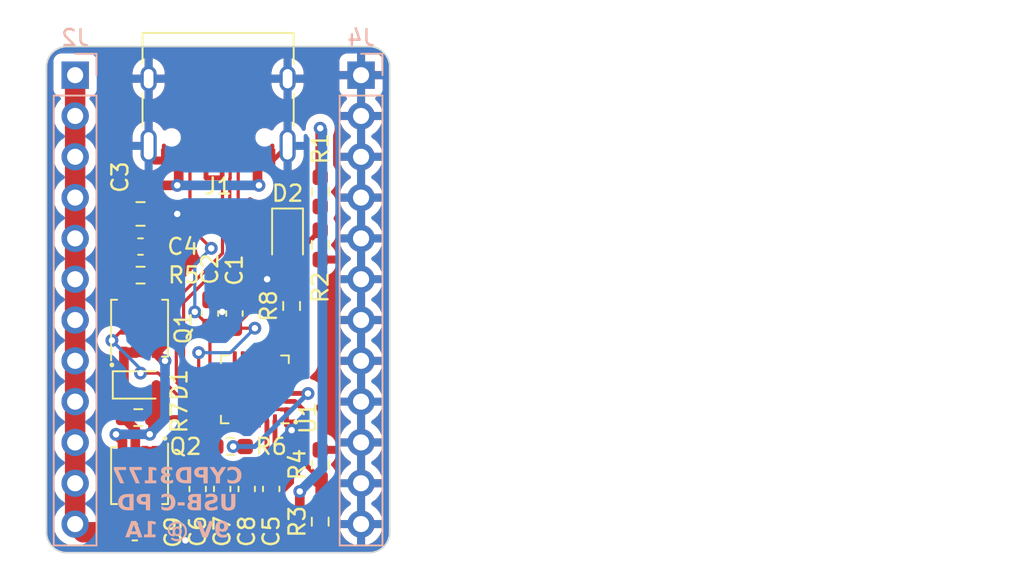
<source format=kicad_pcb>
(kicad_pcb (version 20221018) (generator pcbnew)
  (title_block (title "CYPD3177-LQXQ Evaluation Board") (date "2023-09-22") (rev "v1.7") (company "Hugo Hu"))
  (layers (0 "F.Cu" signal) (31 "B.Cu" signal) (34 "B.Paste" user) (35 "F.Paste" user) (36 "B.SilkS" user "B.Silkscreen") (37 "F.SilkS" user "F.Silkscreen") (38 "B.Mask" user) (39 "F.Mask" user) (44 "Edge.Cuts" user))
  (net 0 "")
  (net 1 "/CC1")
  (net 2 "GND")
  (net 3 "/CC2")
  (net 4 "/VBUSIN")
  (net 5 "Net-(D1-A)")
  (net 6 "Net-(U1-VCCD)")
  (net 7 "+3V3")
  (net 8 "/VBUSOUT")
  (net 9 "Net-(D1-K)")
  (net 10 "Net-(D2-A)")
  (net 13 "Net-(U1-VBUS_FET_EN)")
  (net 14 "Net-(U1-FAULT)")
  (net 24 "/D+")
  (net 25 "/D-")
  (net 26 "Net-(U1-ISNK_COARSE)")
  (net 27 "Net-(U1-VBUS_MAX)")
  (footprint "Resistor_SMD:R_0603_1608Metric_Pad0.98x0.95mm_HandSolder" (layer "F.Cu") (at 135.86 102.7735 90)
    (fp_text reference "R4" (at 0 -1.43 90) (layer "F.SilkS"))
    (fp_text value "1K")
    (fp_line (start -0.254724 -0.5225) (end 0.254724 -0.5225) (stroke (width 0.12)) (layer "F.SilkS"))
    (fp_line (start -0.254724 0.5225) (end 0.254724 0.5225) (stroke (width 0.12)) (layer "F.SilkS"))
    (pad "1" smd roundrect (at -0.9125 0 90) (size 0.975 0.95) (layers "F.Cu" "F.Paste" "F.Mask") (net 27 "Net-(U1-VBUS_MAX)"))
    (pad "2" smd roundrect (at 0.9125 0 90) (size 0.975 0.95) (layers "F.Cu" "F.Paste" "F.Mask") (net 2 "GND"))
  )
  (footprint "Resistor_SMD:R_0603_1608Metric_Pad0.98x0.95mm_HandSolder" (layer "F.Cu") (at 124.5475 99.852)
    (fp_text reference "R7" (at 2.54 0 90) (layer "F.SilkS"))
    (fp_text value "47K")
    (fp_line (start -0.254724 -0.5225) (end 0.254724 -0.5225) (stroke (width 0.12)) (layer "F.SilkS"))
    (fp_line (start -0.254724 0.5225) (end 0.254724 0.5225) (stroke (width 0.12)) (layer "F.SilkS"))
    (pad "1" smd roundrect (at -0.9125 0) (size 0.975 0.95) (layers "F.Cu" "F.Paste" "F.Mask") (net 9 "Net-(D1-K)"))
    (pad "2" smd roundrect (at 0.9125 0) (size 0.975 0.95) (layers "F.Cu" "F.Paste" "F.Mask") (net 5 "Net-(D1-A)"))
  )
  (footprint "Connector_USB:USB_C_Receptacle_HRO_TYPE-C-31-M-12" (layer "F.Cu") (at 129.51 79.81 180)
    (fp_text reference "J1" (at 0 -5.645) (layer "F.SilkS"))
    (fp_text value "USB-C Power")
    (fp_line (start -4.7 -1.9) (end -4.7 0.1) (stroke (width 0.12)) (layer "F.SilkS"))
    (fp_line (start -4.7 2) (end -4.7 3.9) (stroke (width 0.12)) (layer "F.SilkS"))
    (fp_line (start -4.7 3.9) (end 4.7 3.9) (stroke (width 0.12)) (layer "F.SilkS"))
    (fp_line (start 4.7 -1.9) (end 4.7 0.1) (stroke (width 0.12)) (layer "F.SilkS"))
    (fp_line (start 4.7 2) (end 4.7 3.9) (stroke (width 0.12)) (layer "F.SilkS"))
    (pad "" np_thru_hole circle (at -2.89 -2.6 180) (size 0.65 0.65) (drill 0.65) (layers "*.Cu" "*.Mask"))
    (pad "" np_thru_hole circle (at 2.89 -2.6 180) (size 0.65 0.65) (drill 0.65) (layers "*.Cu" "*.Mask"))
    (pad "A1" smd rect (at -3.25 -4.045 180) (size 0.6 1.45) (layers "F.Cu" "F.Paste" "F.Mask") (net 2 "GND"))
    (pad "A4" smd rect (at -2.45 -4.045 180) (size 0.6 1.45) (layers "F.Cu" "F.Paste" "F.Mask") (net 4 "/VBUSIN"))
    (pad "A5" smd rect (at -1.25 -4.045 180) (size 0.3 1.45) (layers "F.Cu" "F.Paste" "F.Mask") (net 1 "/CC1"))
    (pad "A6" smd rect (at -0.25 -4.045 180) (size 0.3 1.45) (layers "F.Cu" "F.Paste" "F.Mask") (net 24 "/D+"))
    (pad "A7" smd rect (at 0.25 -4.045 180) (size 0.3 1.45) (layers "F.Cu" "F.Paste" "F.Mask") (net 25 "/D-"))
    (pad "A8" smd rect (at 1.25 -4.045 180) (size 0.3 1.45) (layers "F.Cu" "F.Paste" "F.Mask"))
    (pad "A9" smd rect (at 2.45 -4.045 180) (size 0.6 1.45) (layers "F.Cu" "F.Paste" "F.Mask") (net 4 "/VBUSIN"))
    (pad "A12" smd rect (at 3.25 -4.045 180) (size 0.6 1.45) (layers "F.Cu" "F.Paste" "F.Mask") (net 2 "GND"))
    (pad "B1" smd rect (at 3.25 -4.045 180) (size 0.6 1.45) (layers "F.Cu" "F.Paste" "F.Mask") (net 2 "GND"))
    (pad "B4" smd rect (at 2.45 -4.045 180) (size 0.6 1.45) (layers "F.Cu" "F.Paste" "F.Mask") (net 4 "/VBUSIN"))
    (pad "B5" smd rect (at 1.75 -4.045 180) (size 0.3 1.45) (layers "F.Cu" "F.Paste" "F.Mask") (net 3 "/CC2"))
    (pad "B6" smd rect (at 0.75 -4.045 180) (size 0.3 1.45) (layers "F.Cu" "F.Paste" "F.Mask") (net 24 "/D+"))
    (pad "B7" smd rect (at -0.75 -4.045 180) (size 0.3 1.45) (layers "F.Cu" "F.Paste" "F.Mask") (net 25 "/D-"))
    (pad "B8" smd rect (at -1.75 -4.045 180) (size 0.3 1.45) (layers "F.Cu" "F.Paste" "F.Mask"))
    (pad "B9" smd rect (at -2.45 -4.045 180) (size 0.6 1.45) (layers "F.Cu" "F.Paste" "F.Mask") (net 4 "/VBUSIN"))
    (pad "B12" smd rect (at -3.25 -4.045 180) (size 0.6 1.45) (layers "F.Cu" "F.Paste" "F.Mask") (net 2 "GND"))
    (pad "S1" thru_hole oval (at -4.32 -3.13 180) (size 1 2.1) (drill oval 0.6 1.7) (layers "*.Cu" "*.Mask") (net 2 "GND"))
    (pad "S1" thru_hole oval (at -4.32 1.05 180) (size 1 1.6) (drill oval 0.6 1.2) (layers "*.Cu" "*.Mask") (net 2 "GND"))
    (pad "S1" thru_hole oval (at 4.32 -3.13 180) (size 1 2.1) (drill oval 0.6 1.7) (layers "*.Cu" "*.Mask") (net 2 "GND"))
    (pad "S1" thru_hole oval (at 4.32 1.05 180) (size 1 1.6) (drill oval 0.6 1.2) (layers "*.Cu" "*.Mask") (net 2 "GND"))
  )
  (footprint "Capacitor_SMD:C_0603_1608Metric_Pad1.08x0.95mm_HandSolder" (layer "F.Cu") (at 129.764 104.2945 -90)
    (fp_text reference "C7" (at 2.6405 0 90) (layer "F.SilkS"))
    (fp_text value "0.1uF")
    (fp_line (start -0.146267 -0.51) (end 0.146267 -0.51) (stroke (width 0.12)) (layer "F.SilkS"))
    (fp_line (start -0.146267 0.51) (end 0.146267 0.51) (stroke (width 0.12)) (layer "F.SilkS"))
    (pad "1" smd roundrect (at -0.8625 0 270) (size 1.075 0.95) (layers "F.Cu" "F.Paste" "F.Mask") (net 7 "+3V3"))
    (pad "2" smd roundrect (at 0.8625 0 270) (size 1.075 0.95) (layers "F.Cu" "F.Paste" "F.Mask") (net 2 "GND"))
  )
  (footprint "Capacitor_SMD:C_0603_1608Metric_Pad1.08x0.95mm_HandSolder" (layer "F.Cu") (at 124.3295 106.988)
    (fp_text reference "C9" (at 2.3865 0 90) (layer "F.SilkS"))
    (fp_text value "1uF")
    (fp_line (start -0.146267 -0.51) (end 0.146267 -0.51) (stroke (width 0.12)) (layer "F.SilkS"))
    (fp_line (start -0.146267 0.51) (end 0.146267 0.51) (stroke (width 0.12)) (layer "F.SilkS"))
    (pad "1" smd roundrect (at -0.8625 0) (size 1.075 0.95) (layers "F.Cu" "F.Paste" "F.Mask") (net 8 "/VBUSOUT"))
    (pad "2" smd roundrect (at 0.8625 0) (size 1.075 0.95) (layers "F.Cu" "F.Paste" "F.Mask") (net 2 "GND"))
  )
  (footprint "Resistor_SMD:R_0603_1608Metric_Pad0.98x0.95mm_HandSolder" (layer "F.Cu") (at 135.86 106.3295 90)
    (fp_text reference "R3" (at 0 -1.43 90) (layer "F.SilkS"))
    (fp_text value "5.1K")
    (fp_line (start -0.254724 -0.5225) (end 0.254724 -0.5225) (stroke (width 0.12)) (layer "F.SilkS"))
    (fp_line (start -0.254724 0.5225) (end 0.254724 0.5225) (stroke (width 0.12)) (layer "F.SilkS"))
    (pad "1" smd roundrect (at -0.9125 0 90) (size 0.975 0.95) (layers "F.Cu" "F.Paste" "F.Mask") (net 7 "+3V3"))
    (pad "2" smd roundrect (at 0.9125 0 90) (size 0.975 0.95) (layers "F.Cu" "F.Paste" "F.Mask") (net 27 "Net-(U1-VBUS_MAX)"))
  )
  (footprint "Capacitor_SMD:C_0603_1608Metric_Pad1.08x0.95mm_HandSolder" (layer "F.Cu") (at 128.24 104.2945 -90)
    (fp_text reference "C6" (at 2.6405 0 90) (layer "F.SilkS"))
    (fp_text value "1uF")
    (fp_line (start -0.146267 -0.51) (end 0.146267 -0.51) (stroke (width 0.12)) (layer "F.SilkS"))
    (fp_line (start -0.146267 0.51) (end 0.146267 0.51) (stroke (width 0.12)) (layer "F.SilkS"))
    (pad "1" smd roundrect (at -0.8625 0 270) (size 1.075 0.95) (layers "F.Cu" "F.Paste" "F.Mask") (net 7 "+3V3"))
    (pad "2" smd roundrect (at 0.8625 0 270) (size 1.075 0.95) (layers "F.Cu" "F.Paste" "F.Mask") (net 2 "GND"))
  )
  (footprint "Package_SON:Diodes_PowerDI3333-8" (layer "F.Cu") (at 124.627 103.464 -90)
    (fp_text reference "Q2" (at -1.81 -2.851) (layer "F.SilkS"))
    (fp_text value "DMP3013SFV")
    (fp_line (start -1.77 1.77) (end -1.77 1.4) (stroke (width 0.12)) (layer "F.SilkS"))
    (fp_line (start -1.77 1.77) (end 1.77 1.77) (stroke (width 0.12)) (layer "F.SilkS"))
    (fp_line (start 1.77 -1.77) (end -2 -1.77) (stroke (width 0.12)) (layer "F.SilkS"))
    (fp_line (start 1.77 -1.77) (end 1.77 -1.4) (stroke (width 0.12)) (layer "F.SilkS"))
    (fp_line (start 1.77 1.77) (end 1.77 1.4) (stroke (width 0.12)) (layer "F.SilkS"))
    (pad "1" smd rect (at -1.5 -0.975 270) (size 0.7 0.42) (layers "F.Cu" "F.Paste" "F.Mask") (net 9 "Net-(D1-K)"))
    (pad "2" smd rect (at -1.5 -0.325 270) (size 0.7 0.42) (layers "F.Cu" "F.Paste" "F.Mask") (net 9 "Net-(D1-K)"))
    (pad "3" smd rect (at -1.5 0.325 270) (size 0.7 0.42) (layers "F.Cu" "F.Paste" "F.Mask") (net 9 "Net-(D1-K)"))
    (pad "4" smd rect (at -1.5 0.975 270) (size 0.7 0.42) (layers "F.Cu" "F.Paste" "F.Mask") (net 5 "Net-(D1-A)"))
    (pad "5" smd custom (at 0.455 0 270) (size 1.71 2.37) (layers "F.Cu" "F.Mask") (net 8 "/VBUSOUT") (options (clearance outline) (anchor rect)) (primitives (gr_poly (pts (xy 1.395 1.185) (xy 0.855 1.185) (xy 0.855 0.765) (xy 1.395 0.765)) (width 0) (fill yes)) (gr_poly (pts (xy 1.395 0.535) (xy 0.855 0.535) (xy 0.855 0.115) (xy 1.395 0.115)) (width 0) (fill yes)) (gr_poly (pts (xy 1.395 -0.115) (xy 0.855 -0.115) (xy 0.855 -0.535) (xy 1.395 -0.535)) (width 0) (fill yes)) (gr_poly (pts (xy 1.395 -0.765) (xy 0.855 -0.765) (xy 0.855 -1.185) (xy 1.395 -1.185)) (width 0) (fill yes))))
  )
  (footprint "Package_DFN_QFN:QFN-24-1EP_4x4mm_P0.5mm_EP2.7x2.7mm" (layer "F.Cu") (at 131.796 98.098 180)
    (fp_text reference "U1" (at -3.302 -1.778 270) (layer "F.SilkS"))
    (fp_text value "CYPD3177")
    (fp_line (start -2.11 2.11) (end -2.11 1.635) (stroke (width 0.12)) (layer "F.SilkS"))
    (fp_line (start -1.635 -2.11) (end -2.11 -2.11) (stroke (width 0.12)) (layer "F.SilkS"))
    (fp_line (start -1.635 2.11) (end -2.11 2.11) (stroke (width 0.12)) (layer "F.SilkS"))
    (fp_line (start 1.635 -2.11) (end 2.11 -2.11) (stroke (width 0.12)) (layer "F.SilkS"))
    (fp_line (start 1.635 2.11) (end 2.11 2.11) (stroke (width 0.12)) (layer "F.SilkS"))
    (fp_line (start 2.11 -2.11) (end 2.11 -1.635) (stroke (width 0.12)) (layer "F.SilkS"))
    (fp_line (start 2.11 2.11) (end 2.11 1.635) (stroke (width 0.12)) (layer "F.SilkS"))
    (pad "1" smd roundrect (at -1.9625 -1.25 180) (size 0.825 0.25) (layers "F.Cu" "F.Paste" "F.Mask") (net 2 "GND"))
    (pad "2" smd roundrect (at -1.9625 -0.75 180) (size 0.825 0.25) (layers "F.Cu" "F.Paste" "F.Mask") (net 27 "Net-(U1-VBUS_MAX)"))
    (pad "3" smd roundrect (at -1.9625 -0.25 180) (size 0.825 0.25) (layers "F.Cu" "F.Paste" "F.Mask") (net 13 "Net-(U1-VBUS_FET_EN)"))
    (pad "4" smd roundrect (at -1.9625 0.25 180) (size 0.825 0.25) (layers "F.Cu" "F.Paste" "F.Mask"))
    (pad "5" smd roundrect (at -1.9625 0.75 180) (size 0.825 0.25) (layers "F.Cu" "F.Paste" "F.Mask") (net 26 "Net-(U1-ISNK_COARSE)"))
    (pad "6" smd roundrect (at -1.9625 1.25 180) (size 0.825 0.25) (layers "F.Cu" "F.Paste" "F.Mask") (net 2 "GND"))
    (pad "7" smd roundrect (at -1.25 1.9625 180) (size 0.25 0.825) (layers "F.Cu" "F.Paste" "F.Mask"))
    (pad "8" smd roundrect (at -0.75 1.9625 180) (size 0.25 0.825) (layers "F.Cu" "F.Paste" "F.Mask"))
    (pad "9" smd roundrect (at -0.25 1.9625 180) (size 0.25 0.825) (layers "F.Cu" "F.Paste" "F.Mask") (net 14 "Net-(U1-FAULT)"))
    (pad "10" smd roundrect (at 0.25 1.9625 180) (size 0.25 0.825) (layers "F.Cu" "F.Paste" "F.Mask"))
    (pad "11" smd roundrect (at 0.75 1.9625 180) (size 0.25 0.825) (layers "F.Cu" "F.Paste" "F.Mask"))
    (pad "12" smd roundrect (at 1.25 1.9625 180) (size 0.25 0.825) (layers "F.Cu" "F.Paste" "F.Mask"))
    (pad "13" smd roundrect (at 1.9625 1.25 180) (size 0.825 0.25) (layers "F.Cu" "F.Paste" "F.Mask"))
    (pad "14" smd roundrect (at 1.9625 0.75 180) (size 0.825 0.25) (layers "F.Cu" "F.Paste" "F.Mask") (net 3 "/CC2"))
    (pad "15" smd roundrect (at 1.9625 0.25 180) (size 0.825 0.25) (layers "F.Cu" "F.Paste" "F.Mask") (net 1 "/CC1"))
    (pad "16" smd roundrect (at 1.9625 -0.25 180) (size 0.825 0.25) (layers "F.Cu" "F.Paste" "F.Mask") (net 25 "/D-"))
    (pad "17" smd roundrect (at 1.9625 -0.75 180) (size 0.825 0.25) (layers "F.Cu" "F.Paste" "F.Mask") (net 24 "/D+"))
    (pad "18" smd roundrect (at 1.9625 -1.25 180) (size 0.825 0.25) (layers "F.Cu" "F.Paste" "F.Mask") (net 4 "/VBUSIN"))
    (pad "19" smd roundrect (at 1.25 -1.9625 180) (size 0.25 0.825) (layers "F.Cu" "F.Paste" "F.Mask") (net 2 "GND"))
    (pad "20" smd roundrect (at 0.75 -1.9625 180) (size 0.25 0.825) (layers "F.Cu" "F.Paste" "F.Mask"))
    (pad "21" smd roundrect (at 0.25 -1.9625 180) (size 0.25 0.825) (layers "F.Cu" "F.Paste" "F.Mask"))
    (pad "22" smd roundrect (at -0.25 -1.9625 180) (size 0.25 0.825) (layers "F.Cu" "F.Paste" "F.Mask") (net 2 "GND"))
    (pad "23" smd roundrect (at -0.75 -1.9625 180) (size 0.25 0.825) (layers "F.Cu" "F.Paste" "F.Mask") (net 7 "+3V3"))
    (pad "24" smd roundrect (at -1.25 -1.9625 180) (size 0.25 0.825) (layers "F.Cu" "F.Paste" "F.Mask") (net 6 "Net-(U1-VCCD)"))
    (pad "25" smd rect (at 0 0 180) (size 2.7 2.7) (layers "F.Cu" "F.Mask") (net 2 "GND"))
  )
  (footprint "Capacitor_SMD:C_0603_1608Metric_Pad1.08x0.95mm_HandSolder" (layer "F.Cu") (at 132.812 104.2945 -90)
    (fp_text reference "C5" (at 2.6405 0 90) (layer "F.SilkS"))
    (fp_text value "1uF")
    (fp_line (start -0.146267 -0.51) (end 0.146267 -0.51) (stroke (width 0.12)) (layer "F.SilkS"))
    (fp_line (start -0.146267 0.51) (end 0.146267 0.51) (stroke (width 0.12)) (layer "F.SilkS"))
    (pad "1" smd roundrect (at -0.8625 0 270) (size 1.075 0.95) (layers "F.Cu" "F.Paste" "F.Mask") (net 6 "Net-(U1-VCCD)"))
    (pad "2" smd roundrect (at 0.8625 0 270) (size 1.075 0.95) (layers "F.Cu" "F.Paste" "F.Mask") (net 2 "GND"))
  )
  (footprint "Diode_SMD:D_SOD-323F" (layer "F.Cu") (at 124.571 97.82)
    (fp_text reference "D1" (at 2.5165 0 90) (layer "F.SilkS"))
    (fp_text value "15V")
    (fp_line (start -1.61 -0.85) (end -1.61 0.85) (stroke (width 0.12)) (layer "F.SilkS"))
    (fp_line (start -1.61 -0.85) (end 1.05 -0.85) (stroke (width 0.12)) (layer "F.SilkS"))
    (fp_line (start -1.61 0.85) (end 1.05 0.85) (stroke (width 0.12)) (layer "F.SilkS"))
    (pad "1" smd roundrect (at -1.1 0) (size 0.5 0.5) (layers "F.Cu" "F.Paste" "F.Mask") (net 9 "Net-(D1-K)"))
    (pad "2" smd roundrect (at 1.1 0) (size 0.5 0.5) (layers "F.Cu" "F.Paste" "F.Mask") (net 5 "Net-(D1-A)"))
  )
  (footprint "Resistor_SMD:R_0603_1608Metric_Pad0.98x0.95mm_HandSolder" (layer "F.Cu") (at 130.272 101.654)
    (fp_text reference "R6" (at 2.54 0) (layer "F.SilkS"))
    (fp_text value "1K")
    (fp_line (start -0.254724 -0.5225) (end 0.254724 -0.5225) (stroke (width 0.12)) (layer "F.SilkS"))
    (fp_line (start -0.254724 0.5225) (end 0.254724 0.5225) (stroke (width 0.12)) (layer "F.SilkS"))
    (pad "1" smd roundrect (at -0.9125 0) (size 0.975 0.95) (layers "F.Cu" "F.Paste" "F.Mask") (net 5 "Net-(D1-A)"))
    (pad "2" smd roundrect (at 0.9125 0) (size 0.975 0.95) (layers "F.Cu" "F.Paste" "F.Mask") (net 13 "Net-(U1-VBUS_FET_EN)"))
  )
  (footprint "Resistor_SMD:R_0603_1608Metric_Pad0.98x0.95mm_HandSolder" (layer "F.Cu") (at 135.86 89.1045 -90)
    (fp_text reference "R2" (at 2.6435 0 90) (layer "F.SilkS"))
    (fp_text value "1K")
    (fp_line (start -0.254724 -0.5225) (end 0.254724 -0.5225) (stroke (width 0.12)) (layer "F.SilkS"))
    (fp_line (start -0.254724 0.5225) (end 0.254724 0.5225) (stroke (width 0.12)) (layer "F.SilkS"))
    (pad "1" smd roundrect (at -0.9125 0 270) (size 0.975 0.95) (layers "F.Cu" "F.Paste" "F.Mask") (net 26 "Net-(U1-ISNK_COARSE)"))
    (pad "2" smd roundrect (at 0.9125 0 270) (size 0.975 0.95) (layers "F.Cu" "F.Paste" "F.Mask") (net 2 "GND"))
  )
  (footprint "Capacitor_SMD:C_0603_1608Metric_Pad1.08x0.95mm_HandSolder" (layer "F.Cu") (at 130.526 93.3725 90)
    (fp_text reference "C1" (at 2.6935 0 90) (layer "F.SilkS"))
    (fp_text value "390pF")
    (fp_line (start -0.146267 -0.51) (end 0.146267 -0.51) (stroke (width 0.12)) (layer "F.SilkS"))
    (fp_line (start -0.146267 0.51) (end 0.146267 0.51) (stroke (width 0.12)) (layer "F.SilkS"))
    (pad "1" smd roundrect (at -0.8625 0 90) (size 1.075 0.95) (layers "F.Cu" "F.Paste" "F.Mask") (net 1 "/CC1"))
    (pad "2" smd roundrect (at 0.8625 0 90) (size 1.075 0.95) (layers "F.Cu" "F.Paste" "F.Mask") (net 2 "GND"))
  )
  (footprint "LED_SMD:LED_0805_2012Metric_Pad1.15x1.40mm_HandSolder" (layer "F.Cu") (at 133.828 88.7 -90)
    (fp_text reference "D2" (at -2.803 0 -180) (layer "F.SilkS"))
    (fp_text value "LED_Small")
    (fp_line (start -1.86 -0.96) (end -1.86 0.96) (stroke (width 0.12)) (layer "F.SilkS"))
    (fp_line (start -1.86 0.96) (end 1 0.96) (stroke (width 0.12)) (layer "F.SilkS"))
    (fp_line (start 1 -0.96) (end -1.86 -0.96) (stroke (width 0.12)) (layer "F.SilkS"))
    (pad "1" smd roundrect (at -1.025 0 270) (size 1.15 1.4) (layers "F.Cu" "F.Paste" "F.Mask") (roundrect_rratio 0.2173913043) (net 2 "GND"))
    (pad "2" smd roundrect (at 1.025 0 270) (size 1.15 1.4) (layers "F.Cu" "F.Paste" "F.Mask") (roundrect_rratio 0.2173913043) (net 10 "Net-(D2-A)"))
  )
  (footprint "Resistor_SMD:R_0603_1608Metric_Pad0.98x0.95mm_HandSolder" (layer "F.Cu") (at 134.082 92.9055 90)
    (fp_text reference "R8" (at 0 -1.43 90) (layer "F.SilkS"))
    (fp_text value "2K4")
    (fp_line (start -0.254724 -0.5225) (end 0.254724 -0.5225) (stroke (width 0.12)) (layer "F.SilkS"))
    (fp_line (start -0.254724 0.5225) (end 0.254724 0.5225) (stroke (width 0.12)) (layer "F.SilkS"))
    (pad "1" smd roundrect (at -0.9125 0 90) (size 0.975 0.95) (layers "F.Cu" "F.Paste" "F.Mask") (net 14 "Net-(U1-FAULT)"))
    (pad "2" smd roundrect (at 0.9125 0 90) (size 0.975 0.95) (layers "F.Cu" "F.Paste" "F.Mask") (net 10 "Net-(D2-A)"))
  )
  (footprint "Resistor_SMD:R_0603_1608Metric_Pad0.98x0.95mm_HandSolder" (layer "F.Cu") (at 124.687 90.986)
    (fp_text reference "R5" (at 2.6905 0) (layer "F.SilkS"))
    (fp_text value "10K")
    (fp_line (start -0.254724 -0.5225) (end 0.254724 -0.5225) (stroke (width 0.12)) (layer "F.SilkS"))
    (fp_line (start -0.254724 0.5225) (end 0.254724 0.5225) (stroke (width 0.12)) (layer "F.SilkS"))
    (pad "1" smd roundrect (at -0.9125 0) (size 0.975 0.95) (layers "F.Cu" "F.Paste" "F.Mask") (net 4 "/VBUSIN"))
    (pad "2" smd roundrect (at 0.9125 0) (size 0.975 0.95) (layers "F.Cu" "F.Paste" "F.Mask") (net 5 "Net-(D1-A)"))
  )
  (footprint "Capacitor_SMD:C_0603_1608Metric_Pad1.08x0.95mm_HandSolder" (layer "F.Cu") (at 131.288 104.2945 -90)
    (fp_text reference "C8" (at 2.6405 0 90) (layer "F.SilkS"))
    (fp_text value "0.1uF")
    (fp_line (start -0.146267 -0.51) (end 0.146267 -0.51) (stroke (width 0.12)) (layer "F.SilkS"))
    (fp_line (start -0.146267 0.51) (end 0.146267 0.51) (stroke (width 0.12)) (layer "F.SilkS"))
    (pad "1" smd roundrect (at -0.8625 0 270) (size 1.075 0.95) (layers "F.Cu" "F.Paste" "F.Mask") (net 7 "+3V3"))
    (pad "2" smd roundrect (at 0.8625 0 270) (size 1.075 0.95) (layers "F.Cu" "F.Paste" "F.Mask") (net 2 "GND"))
  )
  (footprint "Capacitor_SMD:C_0805_2012Metric_Pad1.18x1.45mm_HandSolder" (layer "F.Cu") (at 124.684 87.176)
    (fp_text reference "C3" (at -1.27 -2.286 90) (layer "F.SilkS"))
    (fp_text value "3.3uF")
    (fp_line (start -0.261252 -0.735) (end 0.261252 -0.735) (stroke (width 0.12)) (layer "F.SilkS"))
    (fp_line (start -0.261252 0.735) (end 0.261252 0.735) (stroke (width 0.12)) (layer "F.SilkS"))
    (pad "1" smd roundrect (at -1.0375 0) (size 1.175 1.45) (layers "F.Cu" "F.Paste" "F.Mask") (roundrect_rratio 0.2127659574) (net 4 "/VBUSIN"))
    (pad "2" smd roundrect (at 1.0375 0) (size 1.175 1.45) (layers "F.Cu" "F.Paste" "F.Mask") (roundrect_rratio 0.2127659574) (net 2 "GND"))
  )
  (footprint "Resistor_SMD:R_0603_1608Metric_Pad0.98x0.95mm_HandSolder" (layer "F.Cu") (at 135.86 85.8025 -90)
    (fp_text reference "R1" (at -2.6905 0 90) (layer "F.SilkS"))
    (fp_text value "5.1K")
    (fp_line (start -0.254724 -0.5225) (end 0.254724 -0.5225) (stroke (width 0.12)) (layer "F.SilkS"))
    (fp_line (start -0.254724 0.5225) (end 0.254724 0.5225) (stroke (width 0.12)) (layer "F.SilkS"))
    (pad "1" smd roundrect (at -0.9125 0 270) (size 0.975 0.95) (layers "F.Cu" "F.Paste" "F.Mask") (net 7 "+3V3"))
    (pad "2" smd roundrect (at 0.9125 0 270) (size 0.975 0.95) (layers "F.Cu" "F.Paste" "F.Mask") (net 26 "Net-(U1-ISNK_COARSE)"))
  )
  (footprint "Capacitor_SMD:C_0603_1608Metric_Pad1.08x0.95mm_HandSolder" (layer "F.Cu") (at 129.002 93.3725 90)
    (fp_text reference "C2" (at 2.764 0 90) (layer "F.SilkS"))
    (fp_text value "390pF")
    (fp_line (start -0.146267 -0.51) (end 0.146267 -0.51) (stroke (width 0.12)) (layer "F.SilkS"))
    (fp_line (start -0.146267 0.51) (end 0.146267 0.51) (stroke (width 0.12)) (layer "F.SilkS"))
    (pad "1" smd roundrect (at -0.8625 0 90) (size 1.075 0.95) (layers "F.Cu" "F.Paste" "F.Mask") (net 3 "/CC2"))
    (pad "2" smd roundrect (at 0.8625 0 90) (size 1.075 0.95) (layers "F.Cu" "F.Paste" "F.Mask") (net 2 "GND"))
  )
  (footprint "Package_SON:Diodes_PowerDI3333-8" (layer "F.Cu") (at 124.627 94.288 90)
    (fp_text reference "Q1" (at 0 2.7145 90) (layer "F.SilkS"))
    (fp_text value "DMP3013SFV")
    (fp_line (start -1.77 1.77) (end -1.77 1.4) (stroke (width 0.12)) (layer "F.SilkS"))
    (fp_line (start -1.77 1.77) (end 1.77 1.77) (stroke (width 0.12)) (layer "F.SilkS"))
    (fp_line (start 1.77 -1.77) (end -2 -1.77) (stroke (width 0.12)) (layer "F.SilkS"))
    (fp_line (start 1.77 -1.77) (end 1.77 -1.4) (stroke (width 0.12)) (layer "F.SilkS"))
    (fp_line (start 1.77 1.77) (end 1.77 1.4) (stroke (width 0.12)) (layer "F.SilkS"))
    (pad "1" smd rect (at -1.5 -0.975 90) (size 0.7 0.42) (layers "F.Cu" "F.Paste" "F.Mask") (net 9 "Net-(D1-K)"))
    (pad "2" smd rect (at -1.5 -0.325 90) (size 0.7 0.42) (layers "F.Cu" "F.Paste" "F.Mask") (net 9 "Net-(D1-K)"))
    (pad "3" smd rect (at -1.5 0.325 90) (size 0.7 0.42) (layers "F.Cu" "F.Paste" "F.Mask") (net 9 "Net-(D1-K)"))
    (pad "4" smd rect (at -1.5 0.975 90) (size 0.7 0.42) (layers "F.Cu" "F.Paste" "F.Mask") (net 5 "Net-(D1-A)"))
    (pad "5" smd custom (at 0.455 0 90) (size 1.71 2.37) (layers "F.Cu" "F.Mask") (net 4 "/VBUSIN") (options (clearance outline) (anchor rect)) (primitives (gr_poly (pts (xy 1.395 1.185) (xy 0.855 1.185) (xy 0.855 0.765) (xy 1.395 0.765)) (width 0) (fill yes)) (gr_poly (pts (xy 1.395 0.535) (xy 0.855 0.535) (xy 0.855 0.115) (xy 1.395 0.115)) (width 0) (fill yes)) (gr_poly (pts (xy 1.395 -0.115) (xy 0.855 -0.115) (xy 0.855 -0.535) (xy 1.395 -0.535)) (width 0) (fill yes)) (gr_poly (pts (xy 1.395 -0.765) (xy 0.855 -0.765) (xy 0.855 -1.185) (xy 1.395 -1.185)) (width 0) (fill yes))))
  )
  (footprint "Capacitor_SMD:C_0603_1608Metric_Pad1.08x0.95mm_HandSolder" (layer "F.Cu") (at 124.684 89.208)
    (fp_text reference "C4" (at 2.6405 0) (layer "F.SilkS"))
    (fp_text value "1uF")
    (fp_line (start -0.146267 -0.51) (end 0.146267 -0.51) (stroke (width 0.12)) (layer "F.SilkS"))
    (fp_line (start -0.146267 0.51) (end 0.146267 0.51) (stroke (width 0.12)) (layer "F.SilkS"))
    (pad "1" smd roundrect (at -0.8625 0) (size 1.075 0.95) (layers "F.Cu" "F.Paste" "F.Mask") (net 4 "/VBUSIN"))
    (pad "2" smd roundrect (at 0.8625 0) (size 1.075 0.95) (layers "F.Cu" "F.Paste" "F.Mask") (net 5 "Net-(D1-A)"))
  )
  (footprint "Connector_PinHeader_2.54mm:PinHeader_1x12_P2.54mm_Vertical" (layer "B.Cu") (at 138.4 78.54 180)
    (fp_text reference "J4" (at 0 2.33) (layer "B.SilkS") (effects (justify mirror)))
    (fp_text value "Conn_01x12")
    (fp_line (start -1.33 -29.27) (end 1.33 -29.27) (stroke (width 0.12)) (layer "B.SilkS"))
    (fp_line (start -1.33 -1.27) (end -1.33 -29.27) (stroke (width 0.12)) (layer "B.SilkS"))
    (fp_line (start -1.33 -1.27) (end 1.33 -1.27) (stroke (width 0.12)) (layer "B.SilkS"))
    (fp_line (start -1.33 0) (end -1.33 1.33) (stroke (width 0.12)) (layer "B.SilkS"))
    (fp_line (start -1.33 1.33) (end 0 1.33) (stroke (width 0.12)) (layer "B.SilkS"))
    (fp_line (start 1.33 -1.27) (end 1.33 -29.27) (stroke (width 0.12)) (layer "B.SilkS"))
    (pad "1" thru_hole rect (at 0 0 180) (size 1.7 1.7) (drill 1) (layers "*.Cu" "*.Mask") (net 2 "GND"))
    (pad "2" thru_hole oval (at 0 -2.54 180) (size 1.7 1.7) (drill 1) (layers "*.Cu" "*.Mask") (net 2 "GND"))
    (pad "3" thru_hole oval (at 0 -5.08 180) (size 1.7 1.7) (drill 1) (layers "*.Cu" "*.Mask") (net 2 "GND"))
    (pad "4" thru_hole oval (at 0 -7.62 180) (size 1.7 1.7) (drill 1) (layers "*.Cu" "*.Mask") (net 2 "GND"))
    (pad "5" thru_hole oval (at 0 -10.16 180) (size 1.7 1.7) (drill 1) (layers "*.Cu" "*.Mask") (net 2 "GND"))
    (pad "6" thru_hole oval (at 0 -12.7 180) (size 1.7 1.7) (drill 1) (layers "*.Cu" "*.Mask") (net 2 "GND"))
    (pad "7" thru_hole oval (at 0 -15.24 180) (size 1.7 1.7) (drill 1) (layers "*.Cu" "*.Mask") (net 2 "GND"))
    (pad "8" thru_hole oval (at 0 -17.78 180) (size 1.7 1.7) (drill 1) (layers "*.Cu" "*.Mask") (net 2 "GND"))
    (pad "9" thru_hole oval (at 0 -20.32 180) (size 1.7 1.7) (drill 1) (layers "*.Cu" "*.Mask") (net 2 "GND"))
    (pad "10" thru_hole oval (at 0 -22.86 180) (size 1.7 1.7) (drill 1) (layers "*.Cu" "*.Mask") (net 2 "GND"))
    (pad "11" thru_hole oval (at 0 -25.4 180) (size 1.7 1.7) (drill 1) (layers "*.Cu" "*.Mask") (net 2 "GND"))
    (pad "12" thru_hole oval (at 0 -27.94 180) (size 1.7 1.7) (drill 1) (layers "*.Cu" "*.Mask") (net 2 "GND"))
  )
  (footprint "Connector_PinHeader_2.54mm:PinHeader_1x12_P2.54mm_Vertical" (layer "B.Cu") (at 120.62 78.54 180)
    (fp_text reference "J2" (at 0 2.33) (layer "B.SilkS") (effects (justify mirror)))
    (fp_text value "Conn_01x12")
    (fp_line (start -1.33 -29.27) (end 1.33 -29.27) (stroke (width 0.12)) (layer "B.SilkS"))
    (fp_line (start -1.33 -1.27) (end -1.33 -29.27) (stroke (width 0.12)) (layer "B.SilkS"))
    (fp_line (start -1.33 -1.27) (end 1.33 -1.27) (stroke (width 0.12)) (layer "B.SilkS"))
    (fp_line (start -1.33 0) (end -1.33 1.33) (stroke (width 0.12)) (layer "B.SilkS"))
    (fp_line (start -1.33 1.33) (end 0 1.33) (stroke (width 0.12)) (layer "B.SilkS"))
    (fp_line (start 1.33 -1.27) (end 1.33 -29.27) (stroke (width 0.12)) (layer "B.SilkS"))
    (pad "1" thru_hole rect (at 0 0 180) (size 1.7 1.7) (drill 1) (layers "*.Cu" "*.Mask") (net 8 "/VBUSOUT"))
    (pad "2" thru_hole oval (at 0 -2.54 180) (size 1.7 1.7) (drill 1) (layers "*.Cu" "*.Mask") (net 8 "/VBUSOUT"))
    (pad "3" thru_hole oval (at 0 -5.08 180) (size 1.7 1.7) (drill 1) (layers "*.Cu" "*.Mask") (net 8 "/VBUSOUT"))
    (pad "4" thru_hole oval (at 0 -7.62 180) (size 1.7 1.7) (drill 1) (layers "*.Cu" "*.Mask") (net 8 "/VBUSOUT"))
    (pad "5" thru_hole oval (at 0 -10.16 180) (size 1.7 1.7) (drill 1) (layers "*.Cu" "*.Mask") (net 8 "/VBUSOUT"))
    (pad "6" thru_hole oval (at 0 -12.7 180) (size 1.7 1.7) (drill 1) (layers "*.Cu" "*.Mask") (net 8 "/VBUSOUT"))
    (pad "7" thru_hole oval (at 0 -15.24 180) (size 1.7 1.7) (drill 1) (layers "*.Cu" "*.Mask") (net 8 "/VBUSOUT"))
    (pad "8" thru_hole oval (at 0 -17.78 180) (size 1.7 1.7) (drill 1) (layers "*.Cu" "*.Mask") (net 8 "/VBUSOUT"))
    (pad "9" thru_hole oval (at 0 -20.32 180) (size 1.7 1.7) (drill 1) (layers "*.Cu" "*.Mask") (net 8 "/VBUSOUT"))
    (pad "10" thru_hole oval (at 0 -22.86 180) (size 1.7 1.7) (drill 1) (layers "*.Cu" "*.Mask") (net 8 "/VBUSOUT"))
    (pad "11" thru_hole oval (at 0 -25.4 180) (size 1.7 1.7) (drill 1) (layers "*.Cu" "*.Mask") (net 8 "/VBUSOUT"))
    (pad "12" thru_hole oval (at 0 -27.94 180) (size 1.7 1.7) (drill 1) (layers "*.Cu" "*.Mask") (net 8 "/VBUSOUT"))
  )
  (gr_circle (center 126.208 101.146) (end 126.208 101.146) (stroke (width 0.15)) (fill none) (layer "F.SilkS"))
  (gr_circle (center 122.906 96.574) (end 122.906 96.574) (stroke (width 0.15)) (fill none) (layer "F.SilkS"))
  (gr_circle (center 134.336 100.13) (end 134.336 100.13) (stroke (width 0.15)) (fill none) (layer "F.SilkS"))
  (gr_line (start 120.112 108.258) (end 138.908 108.258) (stroke (width 0.1)) (layer "Edge.Cuts"))
  (gr_arc (start 118.842 78.032) (mid 119.213974 77.133974) (end 120.112 76.762) (stroke (width 0.1)) (layer "Edge.Cuts"))
  (gr_line (start 118.842 78.032) (end 118.842 106.988) (stroke (width 0.1)) (layer "Edge.Cuts"))
  (gr_line (start 138.908 76.762) (end 120.112 76.762) (stroke (width 0.1)) (layer "Edge.Cuts"))
  (gr_arc (start 138.908 76.762) (mid 139.806026 77.133974) (end 140.178 78.032) (stroke (width 0.1)) (layer "Edge.Cuts"))
  (gr_line (start 140.178 106.988) (end 140.178 78.032) (stroke (width 0.1)) (layer "Edge.Cuts"))
  (gr_arc (start 120.112 108.258) (mid 119.213974 107.886026) (end 118.842 106.988) (stroke (width 0.1)) (layer "Edge.Cuts"))
  (gr_arc (start 140.178 106.988) (mid 139.806026 107.886026) (end 138.908 108.258) (stroke (width 0.1)) (layer "Edge.Cuts"))
  (gr_text "CYPD3177\nUSB-C PD\n9V @ 1A" (at 126.97 105.21) (layer "B.SilkS") (effects (font (size 1 1) (thickness 0.25) bold) (justify mirror)))
  (segment (start 131.796 94.288) (end 130.579 94.288) (width 0.2) (layer "F.Cu") (net 1))
  (segment (start 129.8335 97.848) (end 129.342662 97.848) (width 0.2) (layer "F.Cu") (net 1))
  (segment (start 131.301 93.46) (end 131.301 90.237) (width 0.2) (layer "F.Cu") (net 1))
  (segment (start 128.3025 96.807838) (end 128.3025 95.812) (width 0.2) (layer "F.Cu") (net 1))
  (segment (start 130.526 94.235) (end 131.301 93.46) (width 0.2) (layer "F.Cu") (net 1))
  (segment (start 131.301 90.237) (end 130.76 89.696) (width 0.2) (layer "F.Cu") (net 1))
  (segment (start 130.76 89.696) (end 130.76 83.855) (width 0.2) (layer "F.Cu") (net 1))
  (segment (start 129.342662 97.848) (end 128.3025 96.807838) (width 0.2) (layer "F.Cu") (net 1))
  (segment (start 130.579 94.288) (end 130.526 94.235) (width 0.2) (layer "F.Cu") (net 1))
  (via (at 128.3025 95.812) (size 0.8) (drill 0.4) (layers "F.Cu" "B.Cu") (net 1))
  (via (at 131.796 94.288) (size 0.8) (drill 0.4) (layers "F.Cu" "B.Cu") (net 1))
  (segment (start 130.272 95.812) (end 131.796 94.288) (width 0.2) (layer "B.Cu") (net 1))
  (segment (start 128.3025 95.812) (end 130.272 95.812) (width 0.2) (layer "B.Cu") (net 1))
  (segment (start 133.046 96.848) (end 131.796 98.098) (width 0.2) (layer "F.Cu") (net 2))
  (segment (start 130.546 99.348) (end 131.796 98.098) (width 0.2) (layer "F.Cu") (net 2))
  (segment (start 132.046 100.0605) (end 132.046 98.348) (width 0.2) (layer "F.Cu") (net 2))
  (segment (start 132.76 83.855) (end 132.915 83.855) (width 0.3) (layer "F.Cu") (net 2))
  (segment (start 133.7585 96.848) (end 133.046 96.848) (width 0.2) (layer "F.Cu") (net 2))
  (segment (start 133.7585 100.3145) (end 134.082 100.638) (width 0.3) (layer "F.Cu") (net 2))
  (segment (start 130.546 100.0605) (end 130.546 99.348) (width 0.2) (layer "F.Cu") (net 2))
  (segment (start 134.082 103.887) (end 134.082 100.638) (width 0.3) (layer "F.Cu") (net 2))
  (segment (start 133.046 99.348) (end 131.796 98.098) (width 0.2) (layer "F.Cu") (net 2))
  (segment (start 133.7585 99.348) (end 133.046 99.348) (width 0.2) (layer "F.Cu") (net 2))
  (segment (start 133.7585 99.348) (end 133.7585 100.3145) (width 0.3) (layer "F.Cu") (net 2))
  (segment (start 132.812 105.157) (end 128.24 105.157) (width 0.3) (layer "F.Cu") (net 2))
  (segment (start 130.526 92.51) (end 129.764 93.272) (width 0.3) (layer "F.Cu") (net 2))
  (segment (start 132.812 105.157) (end 134.082 103.887) (width 0.3) (layer "F.Cu") (net 2))
  (segment (start 132.915 83.855) (end 133.83 82.94) (width 0.3) (layer "F.Cu") (net 2))
  (segment (start 132.046 98.348) (end 131.796 98.098) (width 0.2) (layer "F.Cu") (net 2))
  (via (at 129.764 93.272) (size 0.8) (drill 0.4) (layers "F.Cu" "B.Cu") (net 2))
  (via (at 127.478 107.496) (size 0.8) (drill 0.4) (layers "F.Cu" "B.Cu") (net 2))
  (via (at 126.97 87.176) (size 0.8) (drill 0.4) (layers "F.Cu" "B.Cu") (net 2))
  (via (at 132.558 91.24) (size 0.8) (drill 0.4) (layers "F.Cu" "B.Cu") (net 2))
  (via (at 134.082 100.638) (size 0.8) (drill 0.4) (layers "F.Cu" "B.Cu") (net 2))
  (segment (start 129.002 96.941652) (end 129.002 94.235) (width 0.2) (layer "F.Cu") (net 3))
  (segment (start 127.76 87.990778) (end 127.76 83.855) (width 0.2) (layer "F.Cu") (net 3))
  (segment (start 129.8335 97.348) (end 129.408348 97.348) (width 0.2) (layer "F.Cu") (net 3))
  (segment (start 129.408348 97.348) (end 129.002 96.941652) (width 0.2) (layer "F.Cu") (net 3))
  (segment (start 129.002 94.235) (end 129.002 94.213) (width 0.2) (layer "F.Cu") (net 3))
  (segment (start 129.0855 89.316278) (end 127.76 87.990778) (width 0.2) (layer "F.Cu") (net 3))
  (segment (start 129.002 94.213) (end 128.061 93.272) (width 0.2) (layer "F.Cu") (net 3))
  (via (at 128.061 93.272) (size 0.8) (drill 0.4) (layers "F.Cu" "B.Cu") (net 3))
  (via (at 129.0855 89.316278) (size 0.8) (drill 0.4) (layers "F.Cu" "B.Cu") (net 3))
  (segment (start 128.061 93.272) (end 128.061 90.340778) (width 0.2) (layer "B.Cu") (net 3))
  (segment (start 128.061 90.340778) (end 129.0855 89.316278) (width 0.2) (layer "B.Cu") (net 3))
  (segment (start 129.8135 99.368) (end 129.8335 99.348) (width 0.2) (layer "F.Cu") (net 4))
  (segment (start 131.96 85.308) (end 131.96 83.855) (width 0.6) (layer "F.Cu") (net 4))
  (segment (start 123.8215 89.208) (end 123.8215 91.6475) (width 0.6) (layer "F.Cu") (net 4))
  (segment (start 127.06 83.855) (end 127.06 85.308) (width 0.6) (layer "F.Cu") (net 4))
  (segment (start 126.271 97.568959) (end 126.271 97.737979) (width 0.2) (layer "F.Cu") (net 4))
  (segment (start 124.627 93.833) (end 124.123 93.833) (width 0.2) (layer "F.Cu") (net 4))
  (segment (start 132.05 85.398) (end 131.96 85.308) (width 0.6) (layer "F.Cu") (net 4))
  (segment (start 126.271 97.737979) (end 127.901021 99.368) (width 0.2) (layer "F.Cu") (net 4))
  (segment (start 123.8215 91.6475) (end 124.627 92.453) (width 0.6) (layer "F.Cu") (net 4))
  (segment (start 123.6465 89.033) (end 123.8215 89.208) (width 0.6) (layer "F.Cu") (net 4))
  (segment (start 124.123 93.833) (end 122.906 95.05) (width 0.2) (layer "F.Cu") (net 4))
  (segment (start 125.784041 97.082) (end 126.271 97.568959) (width 0.2) (layer "F.Cu") (net 4))
  (segment (start 125.4245 85.398) (end 123.6465 87.176) (width 0.6) (layer "F.Cu") (net 4))
  (segment (start 126.97 85.398) (end 125.4245 85.398) (width 0.6) (layer "F.Cu") (net 4))
  (segment (start 124.684 97.082) (end 125.784041 97.082) (width 0.2) (layer "F.Cu") (net 4))
  (segment (start 127.901021 99.368) (end 129.8135 99.368) (width 0.2) (layer "F.Cu") (net 4))
  (segment (start 127.06 85.308) (end 126.97 85.398) (width 0.6) (layer "F.Cu") (net 4))
  (segment (start 123.6465 87.176) (end 123.6465 89.033) (width 0.6) (layer "F.Cu") (net 4))
  (segment (start 124.627 92.453) (end 124.627 93.833) (width 0.6) (layer "F.Cu") (net 4))
  (via (at 126.97 85.398) (size 0.8) (drill 0.4) (layers "F.Cu" "B.Cu") (net 4))
  (via (at 132.05 85.398) (size 0.8) (drill 0.4) (layers "F.Cu" "B.Cu") (net 4))
  (via (at 124.684 97.082) (size 0.8) (drill 0.4) (layers "F.Cu" "B.Cu") (net 4))
  (via (at 122.906 95.05) (size 0.8) (drill 0.4) (layers "F.Cu" "B.Cu") (net 4))
  (segment (start 124.684 96.828) (end 122.906 95.05) (width 0.2) (layer "B.Cu") (net 4))
  (segment (start 126.97 85.398) (end 132.05 85.398) (width 0.6) (layer "B.Cu") (net 4))
  (segment (start 124.684 97.082) (end 124.684 96.828) (width 0.2) (layer "B.Cu") (net 4))
  (segment (start 123.562 101.298383) (end 123.562 101.964) (width 0.6) (layer "F.Cu") (net 5))
  (segment (start 127.917645 99.852) (end 125.46 99.852) (width 0.3) (layer "F.Cu") (net 5))
  (segment (start 126.312 91.6985) (end 126.312 95.138) (width 0.6) (layer "F.Cu") (net 5))
  (segment (start 125.5995 90.986) (end 126.312 91.6985) (width 0.6) (layer "F.Cu") (net 5))
  (segment (start 125.5465 90.933) (end 125.5995 90.986) (width 0.6) (layer "F.Cu") (net 5))
  (segment (start 126.134 96.32) (end 125.662 95.848) (width 0.6) (layer "F.Cu") (net 5))
  (segment (start 126.208 96.32) (end 126.134 96.32) (width 0.6) (layer "F.Cu") (net 5))
  (segment (start 125.46 100.6935) (end 125.2615 100.892) (width 0.6) (layer "F.Cu") (net 5))
  (segment (start 125.46 99.852) (end 125.46 100.6935) (width 0.6) (layer "F.Cu") (net 5))
  (segment (start 125.671 97.82) (end 125.671 99.641) (width 0.6) (layer "F.Cu") (net 5))
  (segment (start 129.3595 101.293855) (end 127.917645 99.852) (width 0.3) (layer "F.Cu") (net 5))
  (segment (start 129.3595 101.654) (end 129.3595 101.293855) (width 0.3) (layer "F.Cu") (net 5))
  (segment (start 125.662 95.848) (end 125.662 95.788) (width 0.6) (layer "F.Cu") (net 5))
  (segment (start 125.5465 89.208) (end 125.5465 90.933) (width 0.6) (layer "F.Cu") (net 5))
  (segment (start 125.671 99.641) (end 125.46 99.852) (width 0.6) (layer "F.Cu") (net 5))
  (segment (start 123.15904 100.895423) (end 123.562 101.298383) (width 0.6) (layer "F.Cu") (net 5))
  (segment (start 126.312 95.138) (end 125.662 95.788) (width 0.6) (layer "F.Cu") (net 5))
  (via (at 123.15904 100.895423) (size 0.8) (drill 0.4) (layers "F.Cu" "B.Cu") (net 5))
  (via (at 126.208 96.32) (size 0.8) (drill 0.4) (layers "F.Cu" "B.Cu") (net 5))
  (via (at 125.2615 100.892) (size 0.8) (drill 0.4) (layers "F.Cu" "B.Cu") (net 5))
  (segment (start 123.162463 100.892) (end 123.15904 100.895423) (width 0.6) (layer "B.Cu") (net 5))
  (segment (start 125.2615 100.892) (end 126.208 99.9455) (width 0.6) (layer "B.Cu") (net 5))
  (segment (start 125.2615 100.892) (end 123.162463 100.892) (width 0.6) (layer "B.Cu") (net 5))
  (segment (start 126.208 99.9455) (end 126.208 96.32) (width 0.6) (layer "B.Cu") (net 5))
  (segment (start 133.046 103.198) (end 132.812 103.432) (width 0.3) (layer "F.Cu") (net 6))
  (segment (start 133.046 100.0605) (end 133.046 103.198) (width 0.3) (layer "F.Cu") (net 6))
  (segment (start 134.59 105.972) (end 134.59 104.448) (width 0.6) (layer "F.Cu") (net 7))
  (segment (start 127.265 105.762483) (end 127.265 104.407) (width 0.6) (layer "F.Cu") (net 7))
  (segment (start 127.265 104.407) (end 128.24 103.432) (width 0.6) (layer "F.Cu") (net 7))
  (segment (start 135.86 81.842) (end 135.86 84.89) (width 0.6) (layer "F.Cu") (net 7))
  (segment (start 128.744517 107.242) (end 127.265 105.762483) (width 0.6) (layer "F.Cu") (net 7))
  (segment (start 135.86 107.242) (end 134.59 105.972) (width 0.6) (layer "F.Cu") (net 7))
  (segment (start 128.24 103.432) (end 131.288 103.432) (width 0.6) (layer "F.Cu") (net 7))
  (segment (start 132.546 102.174) (end 131.288 103.432) (width 0.3) (layer "F.Cu") (net 7))
  (segment (start 135.86 107.242) (end 128.744517 107.242) (width 0.6) (layer "F.Cu") (net 7))
  (segment (start 132.546 100.0605) (end 132.546 102.174) (width 0.3) (layer "F.Cu") (net 7))
  (via (at 134.59 104.448) (size 0.8) (drill 0.4) (layers "F.Cu" "B.Cu") (net 7))
  (via (at 135.86 81.842) (size 0.8) (drill 0.4) (layers "F.Cu" "B.Cu") (net 7))
  (segment (start 135.998 103.04) (end 135.998 81.98) (width 0.6) (layer "B.Cu") (net 7))
  (segment (start 134.59 104.448) (end 135.998 103.04) (width 0.6) (layer "B.Cu") (net 7))
  (segment (start 135.998 81.98) (end 135.86 81.842) (width 0.6) (layer "B.Cu") (net 7))
  (segment (start 123.467 106.988) (end 121.128 106.988) (width 1.27) (layer "F.Cu") (net 8))
  (segment (start 123.467 105.079) (end 123.467 106.988) (width 1.27) (layer "F.Cu") (net 8))
  (segment (start 124.627 103.919) (end 123.467 105.079) (width 1.27) (layer "F.Cu") (net 8))
  (segment (start 121.128 106.988) (end 120.62 106.48) (width 1.27) (layer "F.Cu") (net 8))
  (segment (start 120.62 106.48) (end 120.62 78.54) (width 1.27) (layer "F.Cu") (net 8))
  (segment (start 125.602 101.964) (end 124.362 101.964) (width 0.6) (layer "F.Cu") (net 9))
  (segment (start 123.652 95.788) (end 124.862 95.788) (width 0.6) (layer "F.Cu") (net 9))
  (segment (start 123.471 99.688) (end 123.635 99.852) (width 0.6) (layer "F.Cu") (net 9))
  (segment (start 123.652 95.788) (end 123.652 97.639) (width 0.6) (layer "F.Cu") (net 9))
  (segment (start 124.362 100.579) (end 124.362 101.964) (width 0.6) (layer "F.Cu") (net 9))
  (segment (start 123.635 99.852) (end 124.362 100.579) (width 0.6) (layer "F.Cu") (net 9))
  (segment (start 123.652 97.639) (end 123.471 97.82) (width 0.6) (layer "F.Cu") (net 9))
  (segment (start 123.471 97.82) (end 123.471 99.688) (width 0.6) (layer "F.Cu") (net 9))
  (segment (start 134.082 89.979) (end 133.828 89.725) (width 0.3) (layer "F.Cu") (net 10))
  (segment (start 134.082 91.993) (end 134.082 89.979) (width 0.3) (layer "F.Cu") (net 10))
  (segment (start 135.098 98.352) (end 135.094 98.348) (width 0.3) (layer "F.Cu") (net 13))
  (segment (start 135.094 98.348) (end 133.7585 98.348) (width 0.3) (layer "F.Cu") (net 13))
  (segment (start 131.1845 101.654) (end 130.4465 101.654) (width 0.3) (layer "F.Cu") (net 13))
  (via (at 135.098 98.352) (size 0.8) (drill 0.4) (layers "F.Cu" "B.Cu") (net 13))
  (via (at 130.4465 101.654) (size 0.8) (drill 0.4) (layers "F.Cu" "B.Cu") (net 13))
  (segment (start 131.796 101.654) (end 135.098 98.352) (width 0.3) (layer "B.Cu") (net 13))
  (segment (start 130.4465 101.654) (end 131.796 101.654) (width 0.3) (layer "B.Cu") (net 13))
  (segment (start 133.938348 93.818) (end 134.082 93.818) (width 0.2) (layer "F.Cu") (net 14))
  (segment (start 132.046 96.1355) (end 132.046 95.710348) (width 0.2) (layer "F.Cu") (net 14))
  (segment (start 132.046 95.710348) (end 133.938348 93.818) (width 0.2) (layer "F.Cu") (net 14))
  (segment (start 128.090018 98.823) (end 126.9115 97.644482) (width 0.2) (layer "F.Cu") (net 24))
  (segment (start 129.76 84.93) (end 129.76 83.855) (width 0.3) (layer "F.Cu") (net 24))
  (segment (start 129.189749 98.823) (end 128.090018 98.823) (width 0.2) (layer "F.Cu") (net 24))
  (segment (start 126.9115 92.5043) (end 129.785 89.6308) (width 0.2) (layer "F.Cu") (net 24))
  (segment (start 128.76 84.93) (end 129.76 84.93) (width 0.3) (layer "F.Cu") (net 24))
  (segment (start 129.785 84.967501) (end 129.76 84.942501) (width 0.2) (layer "F.Cu") (net 24))
  (segment (start 129.214749 98.848) (end 129.189749 98.823) (width 0.2) (layer "F.Cu") (net 24))
  (segment (start 129.76 84.942501) (end 129.76 83.855) (width 0.2) (layer "F.Cu") (net 24))
  (segment (start 129.785 89.6308) (end 129.785 84.967501) (width 0.2) (layer "F.Cu") (net 24))
  (segment (start 128.76 83.855) (end 128.76 84.93) (width 0.3) (layer "F.Cu") (net 24))
  (segment (start 129.8335 98.848) (end 129.214749 98.848) (width 0.2) (layer "F.Cu") (net 24))
  (segment (start 126.9115 97.644482) (end 126.9115 92.5043) (width 0.2) (layer "F.Cu") (net 24))
  (segment (start 130.235 89.8172) (end 130.235 84.967501) (width 0.2) (layer "F.Cu") (net 25))
  (segment (start 129.214749 98.348) (end 129.189749 98.373) (width 0.2) (layer "F.Cu") (net 25))
  (segment (start 129.26 82.78) (end 130.26 82.78) (width 0.3) (layer "F.Cu") (net 25))
  (segment (start 127.3615 97.458082) (end 127.3615 92.6907) (width 0.2) (layer "F.Cu") (net 25))
  (segment (start 127.3615 92.6907) (end 130.235 89.8172) (width 0.2) (layer "F.Cu") (net 25))
  (segment (start 130.26 84.942501) (end 130.26 83.855) (width 0.2) (layer "F.Cu") (net 25))
  (segment (start 129.189749 98.373) (end 128.276418 98.373) (width 0.2) (layer "F.Cu") (net 25))
  (segment (start 130.26 82.78) (end 130.26 83.855) (width 0.3) (layer "F.Cu") (net 25))
  (segment (start 130.235 84.967501) (end 130.26 84.942501) (width 0.2) (layer "F.Cu") (net 25))
  (segment (start 129.8335 98.348) (end 129.214749 98.348) (width 0.2) (layer "F.Cu") (net 25))
  (segment (start 129.26 83.855) (end 129.26 82.78) (width 0.3) (layer "F.Cu") (net 25))
  (segment (start 128.276418 98.373) (end 127.3615 97.458082) (width 0.2) (layer "F.Cu") (net 25))
  (segment (start 135.035 96.567363) (end 135.035 89.017) (width 0.3) (layer "F.Cu") (net 26))
  (segment (start 135.86 86.715) (end 135.86 88.192) (width 0.3) (layer "F.Cu") (net 26))
  (segment (start 133.7585 97.348) (end 134.254363 97.348) (width 0.3) (layer "F.Cu") (net 26))
  (segment (start 135.035 89.017) (end 135.86 88.192) (width 0.3) (layer "F.Cu") (net 26))
  (segment (start 134.254363 97.348) (end 135.035 96.567363) (width 0.3) (layer "F.Cu") (net 26))
  (segment (start 135.86 103.686) (end 135.035 102.861) (width 0.3) (layer "F.Cu") (net 27))
  (segment (start 134.279363 98.848) (end 133.7585 98.848) (width 0.3) (layer "F.Cu") (net 27))
  (segment (start 135.86 105.417) (end 135.86 103.686) (width 0.6) (layer "F.Cu") (net 27))
  (segment (start 135.035 99.603637) (end 134.279363 98.848) (width 0.3) (layer "F.Cu") (net 27))
  (segment (start 135.035 102.861) (end 135.035 99.603637) (width 0.3) (layer "F.Cu") (net 27))
  (zone (net 2) (net_name "GND") (layers "F&B.Cu") (connect_pads (clearance 0.5)) (min_thickness 0.25) (fill yes (thermal_gap 0.5) (thermal_bridge_width 0.5))
    (polygon (pts (xy 118.08 76) (xy 140.94 76) (xy 140.94 109.02) (xy 118.08 109.02)))
  )
)
</source>
